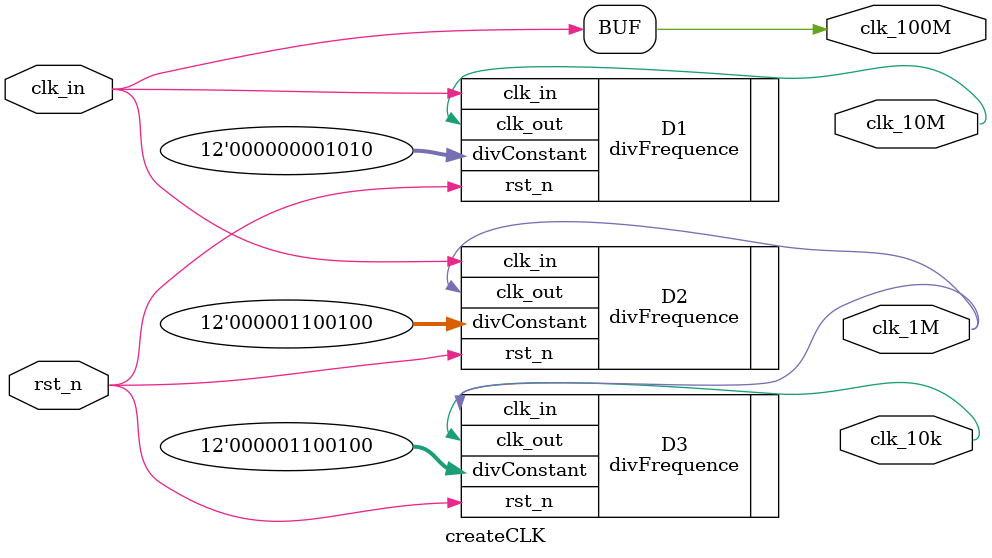
<source format=v>
module createCLK	(
						clk_in,
						rst_n,
						clk_100M,
						clk_10M,
						clk_1M,
						clk_10k
						);
						
input clk_in;
input rst_n;
output clk_100M;
output clk_10M;
output clk_1M;
output clk_10k;

divFrequence	D1	(
						.clk_in(clk_in),
						.rst_n(rst_n),
						.divConstant(12'd10),
						.clk_out(clk_10M)
						);

divFrequence	D2	(
						.clk_in(clk_in),
						.rst_n(rst_n),
						.divConstant(12'd100),
						.clk_out(clk_1M)
						);
						
divFrequence	D3	(
						.clk_in(clk_1M),
						.rst_n(rst_n),
						.divConstant(12'd100),
						.clk_out(clk_10k)
						);
						
assign clk_100M = clk_in;

endmodule

</source>
